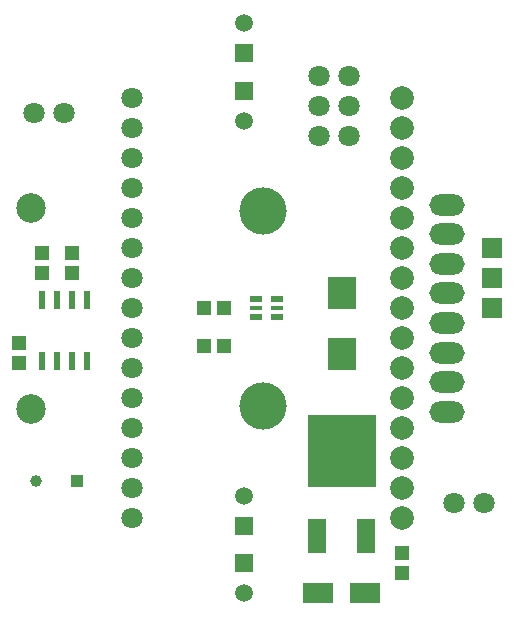
<source format=gts>
G04 #@! TF.FileFunction,Soldermask,Top*
%FSLAX46Y46*%
G04 Gerber Fmt 4.6, Leading zero omitted, Abs format (unit mm)*
G04 Created by KiCad (PCBNEW 4.0.1-stable) date 27/02/2016 21:34:42*
%MOMM*%
G01*
G04 APERTURE LIST*
%ADD10C,0.150000*%
%ADD11R,5.800000X6.200000*%
%ADD12R,1.600000X3.000000*%
%ADD13R,0.600000X1.550000*%
%ADD14R,1.150000X1.150000*%
%ADD15C,2.000000*%
%ADD16C,1.800000*%
%ADD17R,1.500000X1.500000*%
%ADD18C,1.500000*%
%ADD19R,2.500000X1.700000*%
%ADD20C,1.000000*%
%ADD21R,1.000000X1.000000*%
%ADD22O,3.000000X1.800000*%
%ADD23C,4.000000*%
%ADD24C,2.500000*%
%ADD25R,2.350000X2.770000*%
%ADD26R,1.000000X0.400000*%
%ADD27R,1.000000X0.600000*%
%ADD28R,1.800000X1.800000*%
G04 APERTURE END LIST*
D10*
D11*
X76200000Y-86995000D03*
D12*
X78300000Y-94250000D03*
X74100000Y-94250000D03*
D13*
X54610000Y-74235000D03*
X53340000Y-74235000D03*
X52070000Y-74235000D03*
X50800000Y-74235000D03*
X50800000Y-79435000D03*
X52070000Y-79435000D03*
X53340000Y-79435000D03*
X54610000Y-79435000D03*
D14*
X66255000Y-78105000D03*
X64555000Y-78105000D03*
X66255000Y-74930000D03*
X64555000Y-74930000D03*
X50800000Y-70270000D03*
X50800000Y-71970000D03*
X48895000Y-77890000D03*
X48895000Y-79590000D03*
D15*
X81280000Y-92710000D03*
X81280000Y-90170000D03*
X81280000Y-87630000D03*
X81280000Y-85090000D03*
X81280000Y-82550000D03*
X81280000Y-80010000D03*
X81280000Y-77470000D03*
X81280000Y-74930000D03*
X81280000Y-72390000D03*
X81280000Y-69850000D03*
X81280000Y-67310000D03*
X81280000Y-64770000D03*
X81280000Y-62230000D03*
X81280000Y-59690000D03*
X81280000Y-57150000D03*
D16*
X58420000Y-57150000D03*
X58420000Y-59690000D03*
X58420000Y-62230000D03*
X58420000Y-64770000D03*
X58420000Y-67310000D03*
X58420000Y-69850000D03*
X58420000Y-72390000D03*
X58420000Y-74930000D03*
X58420000Y-77470000D03*
X58420000Y-80010000D03*
X58420000Y-82550000D03*
X58420000Y-85090000D03*
X58420000Y-87630000D03*
X58420000Y-90170000D03*
X58420000Y-92710000D03*
D17*
X67945000Y-56515000D03*
D18*
X67945000Y-59055000D03*
D17*
X67945000Y-53340000D03*
D18*
X67945000Y-50800000D03*
D17*
X67945000Y-96520000D03*
D18*
X67945000Y-99060000D03*
D17*
X67945000Y-93345000D03*
D18*
X67945000Y-90805000D03*
D19*
X78200000Y-99060000D03*
X74200000Y-99060000D03*
D16*
X85725000Y-91440000D03*
X88265000Y-91440000D03*
X50165000Y-58420000D03*
X52705000Y-58420000D03*
D20*
X50320000Y-89535000D03*
D21*
X53820000Y-89535000D03*
D14*
X81280000Y-97370000D03*
X81280000Y-95670000D03*
D22*
X85090000Y-73680000D03*
X85090000Y-76180000D03*
X85090000Y-78680000D03*
X85090000Y-71180000D03*
X85090000Y-68680000D03*
X85090000Y-81180000D03*
X85090000Y-83680000D03*
X85090000Y-66180000D03*
D23*
X69590000Y-83180000D03*
X69590000Y-66680000D03*
D24*
X49890000Y-83430000D03*
X49890000Y-66430000D03*
D14*
X53340000Y-70270000D03*
X53340000Y-71970000D03*
D25*
X76200000Y-78770000D03*
X76200000Y-73630000D03*
D26*
X70750000Y-74930000D03*
X68950000Y-74930000D03*
D27*
X70750000Y-75680000D03*
X68950000Y-74180000D03*
X70750000Y-74180000D03*
X68950000Y-75680000D03*
D16*
X76835000Y-55245000D03*
X76835000Y-57785000D03*
X76835000Y-60325000D03*
X74295000Y-60325000D03*
X74295000Y-57785000D03*
X74295000Y-55245000D03*
D28*
X88900000Y-74930000D03*
X88900000Y-72390000D03*
X88900000Y-69850000D03*
M02*

</source>
